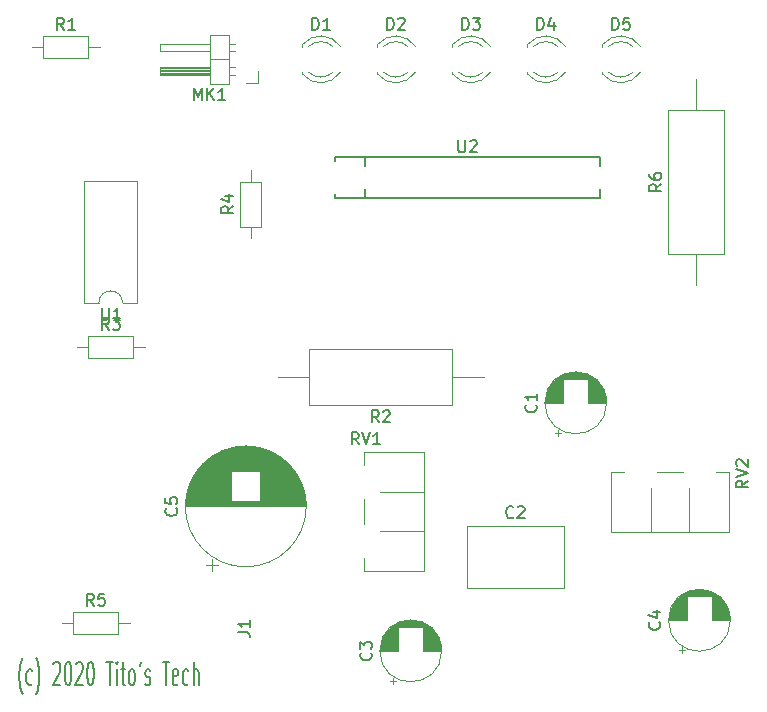
<source format=gbr>
G04 #@! TF.GenerationSoftware,KiCad,Pcbnew,5.1.5-52549c5~84~ubuntu18.04.1*
G04 #@! TF.CreationDate,2020-01-31T14:03:47+00:00*
G04 #@! TF.ProjectId,BrocheDisco,42726f63-6865-4446-9973-636f2e6b6963,rev?*
G04 #@! TF.SameCoordinates,Original*
G04 #@! TF.FileFunction,Legend,Top*
G04 #@! TF.FilePolarity,Positive*
%FSLAX46Y46*%
G04 Gerber Fmt 4.6, Leading zero omitted, Abs format (unit mm)*
G04 Created by KiCad (PCBNEW 5.1.5-52549c5~84~ubuntu18.04.1) date 2020-01-31 14:03:47*
%MOMM*%
%LPD*%
G04 APERTURE LIST*
%ADD10C,0.150000*%
%ADD11C,0.120000*%
G04 APERTURE END LIST*
D10*
X122690476Y-108666666D02*
X122642857Y-108571428D01*
X122547619Y-108285714D01*
X122500000Y-108095238D01*
X122452380Y-107809523D01*
X122404761Y-107333333D01*
X122404761Y-106952380D01*
X122452380Y-106476190D01*
X122500000Y-106190476D01*
X122547619Y-106000000D01*
X122642857Y-105714285D01*
X122690476Y-105619047D01*
X123500000Y-107809523D02*
X123404761Y-107904761D01*
X123214285Y-107904761D01*
X123119047Y-107809523D01*
X123071428Y-107714285D01*
X123023809Y-107523809D01*
X123023809Y-106952380D01*
X123071428Y-106761904D01*
X123119047Y-106666666D01*
X123214285Y-106571428D01*
X123404761Y-106571428D01*
X123500000Y-106666666D01*
X123833333Y-108666666D02*
X123880952Y-108571428D01*
X123976190Y-108285714D01*
X124023809Y-108095238D01*
X124071428Y-107809523D01*
X124119047Y-107333333D01*
X124119047Y-106952380D01*
X124071428Y-106476190D01*
X124023809Y-106190476D01*
X123976190Y-106000000D01*
X123880952Y-105714285D01*
X123833333Y-105619047D01*
X125309523Y-106095238D02*
X125357142Y-106000000D01*
X125452380Y-105904761D01*
X125690476Y-105904761D01*
X125785714Y-106000000D01*
X125833333Y-106095238D01*
X125880952Y-106285714D01*
X125880952Y-106476190D01*
X125833333Y-106761904D01*
X125261904Y-107904761D01*
X125880952Y-107904761D01*
X126500000Y-105904761D02*
X126595238Y-105904761D01*
X126690476Y-106000000D01*
X126738095Y-106095238D01*
X126785714Y-106285714D01*
X126833333Y-106666666D01*
X126833333Y-107142857D01*
X126785714Y-107523809D01*
X126738095Y-107714285D01*
X126690476Y-107809523D01*
X126595238Y-107904761D01*
X126500000Y-107904761D01*
X126404761Y-107809523D01*
X126357142Y-107714285D01*
X126309523Y-107523809D01*
X126261904Y-107142857D01*
X126261904Y-106666666D01*
X126309523Y-106285714D01*
X126357142Y-106095238D01*
X126404761Y-106000000D01*
X126500000Y-105904761D01*
X127214285Y-106095238D02*
X127261904Y-106000000D01*
X127357142Y-105904761D01*
X127595238Y-105904761D01*
X127690476Y-106000000D01*
X127738095Y-106095238D01*
X127785714Y-106285714D01*
X127785714Y-106476190D01*
X127738095Y-106761904D01*
X127166666Y-107904761D01*
X127785714Y-107904761D01*
X128404761Y-105904761D02*
X128500000Y-105904761D01*
X128595238Y-106000000D01*
X128642857Y-106095238D01*
X128690476Y-106285714D01*
X128738095Y-106666666D01*
X128738095Y-107142857D01*
X128690476Y-107523809D01*
X128642857Y-107714285D01*
X128595238Y-107809523D01*
X128500000Y-107904761D01*
X128404761Y-107904761D01*
X128309523Y-107809523D01*
X128261904Y-107714285D01*
X128214285Y-107523809D01*
X128166666Y-107142857D01*
X128166666Y-106666666D01*
X128214285Y-106285714D01*
X128261904Y-106095238D01*
X128309523Y-106000000D01*
X128404761Y-105904761D01*
X129785714Y-105904761D02*
X130357142Y-105904761D01*
X130071428Y-107904761D02*
X130071428Y-105904761D01*
X130690476Y-107904761D02*
X130690476Y-106571428D01*
X130690476Y-105904761D02*
X130642857Y-106000000D01*
X130690476Y-106095238D01*
X130738095Y-106000000D01*
X130690476Y-105904761D01*
X130690476Y-106095238D01*
X131023809Y-106571428D02*
X131404761Y-106571428D01*
X131166666Y-105904761D02*
X131166666Y-107619047D01*
X131214285Y-107809523D01*
X131309523Y-107904761D01*
X131404761Y-107904761D01*
X131880952Y-107904761D02*
X131785714Y-107809523D01*
X131738095Y-107714285D01*
X131690476Y-107523809D01*
X131690476Y-106952380D01*
X131738095Y-106761904D01*
X131785714Y-106666666D01*
X131880952Y-106571428D01*
X132023809Y-106571428D01*
X132119047Y-106666666D01*
X132166666Y-106761904D01*
X132214285Y-106952380D01*
X132214285Y-107523809D01*
X132166666Y-107714285D01*
X132119047Y-107809523D01*
X132023809Y-107904761D01*
X131880952Y-107904761D01*
X132690476Y-105904761D02*
X132595238Y-106285714D01*
X133071428Y-107809523D02*
X133166666Y-107904761D01*
X133357142Y-107904761D01*
X133452380Y-107809523D01*
X133500000Y-107619047D01*
X133500000Y-107523809D01*
X133452380Y-107333333D01*
X133357142Y-107238095D01*
X133214285Y-107238095D01*
X133119047Y-107142857D01*
X133071428Y-106952380D01*
X133071428Y-106857142D01*
X133119047Y-106666666D01*
X133214285Y-106571428D01*
X133357142Y-106571428D01*
X133452380Y-106666666D01*
X134547619Y-105904761D02*
X135119047Y-105904761D01*
X134833333Y-107904761D02*
X134833333Y-105904761D01*
X135833333Y-107809523D02*
X135738095Y-107904761D01*
X135547619Y-107904761D01*
X135452380Y-107809523D01*
X135404761Y-107619047D01*
X135404761Y-106857142D01*
X135452380Y-106666666D01*
X135547619Y-106571428D01*
X135738095Y-106571428D01*
X135833333Y-106666666D01*
X135880952Y-106857142D01*
X135880952Y-107047619D01*
X135404761Y-107238095D01*
X136738095Y-107809523D02*
X136642857Y-107904761D01*
X136452380Y-107904761D01*
X136357142Y-107809523D01*
X136309523Y-107714285D01*
X136261904Y-107523809D01*
X136261904Y-106952380D01*
X136309523Y-106761904D01*
X136357142Y-106666666D01*
X136452380Y-106571428D01*
X136642857Y-106571428D01*
X136738095Y-106666666D01*
X137166666Y-107904761D02*
X137166666Y-105904761D01*
X137595238Y-107904761D02*
X137595238Y-106857142D01*
X137547619Y-106666666D01*
X137452380Y-106571428D01*
X137309523Y-106571428D01*
X137214285Y-106666666D01*
X137166666Y-106761904D01*
D11*
X182620000Y-102410000D02*
G75*
G03X182620000Y-102410000I-2620000J0D01*
G01*
X181040000Y-102410000D02*
X182580000Y-102410000D01*
X177420000Y-102410000D02*
X178960000Y-102410000D01*
X181040000Y-102370000D02*
X182580000Y-102370000D01*
X177420000Y-102370000D02*
X178960000Y-102370000D01*
X177421000Y-102330000D02*
X178960000Y-102330000D01*
X181040000Y-102330000D02*
X182579000Y-102330000D01*
X177422000Y-102290000D02*
X178960000Y-102290000D01*
X181040000Y-102290000D02*
X182578000Y-102290000D01*
X177424000Y-102250000D02*
X178960000Y-102250000D01*
X181040000Y-102250000D02*
X182576000Y-102250000D01*
X177427000Y-102210000D02*
X178960000Y-102210000D01*
X181040000Y-102210000D02*
X182573000Y-102210000D01*
X177431000Y-102170000D02*
X178960000Y-102170000D01*
X181040000Y-102170000D02*
X182569000Y-102170000D01*
X177435000Y-102130000D02*
X178960000Y-102130000D01*
X181040000Y-102130000D02*
X182565000Y-102130000D01*
X177439000Y-102090000D02*
X178960000Y-102090000D01*
X181040000Y-102090000D02*
X182561000Y-102090000D01*
X177444000Y-102050000D02*
X178960000Y-102050000D01*
X181040000Y-102050000D02*
X182556000Y-102050000D01*
X177450000Y-102010000D02*
X178960000Y-102010000D01*
X181040000Y-102010000D02*
X182550000Y-102010000D01*
X177457000Y-101970000D02*
X178960000Y-101970000D01*
X181040000Y-101970000D02*
X182543000Y-101970000D01*
X177464000Y-101930000D02*
X178960000Y-101930000D01*
X181040000Y-101930000D02*
X182536000Y-101930000D01*
X177472000Y-101890000D02*
X178960000Y-101890000D01*
X181040000Y-101890000D02*
X182528000Y-101890000D01*
X177480000Y-101850000D02*
X178960000Y-101850000D01*
X181040000Y-101850000D02*
X182520000Y-101850000D01*
X177489000Y-101810000D02*
X178960000Y-101810000D01*
X181040000Y-101810000D02*
X182511000Y-101810000D01*
X177499000Y-101770000D02*
X178960000Y-101770000D01*
X181040000Y-101770000D02*
X182501000Y-101770000D01*
X177509000Y-101730000D02*
X178960000Y-101730000D01*
X181040000Y-101730000D02*
X182491000Y-101730000D01*
X177520000Y-101689000D02*
X178960000Y-101689000D01*
X181040000Y-101689000D02*
X182480000Y-101689000D01*
X177532000Y-101649000D02*
X178960000Y-101649000D01*
X181040000Y-101649000D02*
X182468000Y-101649000D01*
X177545000Y-101609000D02*
X178960000Y-101609000D01*
X181040000Y-101609000D02*
X182455000Y-101609000D01*
X177558000Y-101569000D02*
X178960000Y-101569000D01*
X181040000Y-101569000D02*
X182442000Y-101569000D01*
X177572000Y-101529000D02*
X178960000Y-101529000D01*
X181040000Y-101529000D02*
X182428000Y-101529000D01*
X177586000Y-101489000D02*
X178960000Y-101489000D01*
X181040000Y-101489000D02*
X182414000Y-101489000D01*
X177602000Y-101449000D02*
X178960000Y-101449000D01*
X181040000Y-101449000D02*
X182398000Y-101449000D01*
X177618000Y-101409000D02*
X178960000Y-101409000D01*
X181040000Y-101409000D02*
X182382000Y-101409000D01*
X177635000Y-101369000D02*
X178960000Y-101369000D01*
X181040000Y-101369000D02*
X182365000Y-101369000D01*
X177652000Y-101329000D02*
X178960000Y-101329000D01*
X181040000Y-101329000D02*
X182348000Y-101329000D01*
X177671000Y-101289000D02*
X178960000Y-101289000D01*
X181040000Y-101289000D02*
X182329000Y-101289000D01*
X177690000Y-101249000D02*
X178960000Y-101249000D01*
X181040000Y-101249000D02*
X182310000Y-101249000D01*
X177710000Y-101209000D02*
X178960000Y-101209000D01*
X181040000Y-101209000D02*
X182290000Y-101209000D01*
X177732000Y-101169000D02*
X178960000Y-101169000D01*
X181040000Y-101169000D02*
X182268000Y-101169000D01*
X177753000Y-101129000D02*
X178960000Y-101129000D01*
X181040000Y-101129000D02*
X182247000Y-101129000D01*
X177776000Y-101089000D02*
X178960000Y-101089000D01*
X181040000Y-101089000D02*
X182224000Y-101089000D01*
X177800000Y-101049000D02*
X178960000Y-101049000D01*
X181040000Y-101049000D02*
X182200000Y-101049000D01*
X177825000Y-101009000D02*
X178960000Y-101009000D01*
X181040000Y-101009000D02*
X182175000Y-101009000D01*
X177851000Y-100969000D02*
X178960000Y-100969000D01*
X181040000Y-100969000D02*
X182149000Y-100969000D01*
X177878000Y-100929000D02*
X178960000Y-100929000D01*
X181040000Y-100929000D02*
X182122000Y-100929000D01*
X177905000Y-100889000D02*
X178960000Y-100889000D01*
X181040000Y-100889000D02*
X182095000Y-100889000D01*
X177935000Y-100849000D02*
X178960000Y-100849000D01*
X181040000Y-100849000D02*
X182065000Y-100849000D01*
X177965000Y-100809000D02*
X178960000Y-100809000D01*
X181040000Y-100809000D02*
X182035000Y-100809000D01*
X177996000Y-100769000D02*
X178960000Y-100769000D01*
X181040000Y-100769000D02*
X182004000Y-100769000D01*
X178029000Y-100729000D02*
X178960000Y-100729000D01*
X181040000Y-100729000D02*
X181971000Y-100729000D01*
X178063000Y-100689000D02*
X178960000Y-100689000D01*
X181040000Y-100689000D02*
X181937000Y-100689000D01*
X178099000Y-100649000D02*
X178960000Y-100649000D01*
X181040000Y-100649000D02*
X181901000Y-100649000D01*
X178136000Y-100609000D02*
X178960000Y-100609000D01*
X181040000Y-100609000D02*
X181864000Y-100609000D01*
X178174000Y-100569000D02*
X178960000Y-100569000D01*
X181040000Y-100569000D02*
X181826000Y-100569000D01*
X178215000Y-100529000D02*
X178960000Y-100529000D01*
X181040000Y-100529000D02*
X181785000Y-100529000D01*
X178257000Y-100489000D02*
X178960000Y-100489000D01*
X181040000Y-100489000D02*
X181743000Y-100489000D01*
X178301000Y-100449000D02*
X178960000Y-100449000D01*
X181040000Y-100449000D02*
X181699000Y-100449000D01*
X178347000Y-100409000D02*
X178960000Y-100409000D01*
X181040000Y-100409000D02*
X181653000Y-100409000D01*
X178395000Y-100369000D02*
X181605000Y-100369000D01*
X178446000Y-100329000D02*
X181554000Y-100329000D01*
X178500000Y-100289000D02*
X181500000Y-100289000D01*
X178557000Y-100249000D02*
X181443000Y-100249000D01*
X178617000Y-100209000D02*
X181383000Y-100209000D01*
X178681000Y-100169000D02*
X181319000Y-100169000D01*
X178749000Y-100129000D02*
X181251000Y-100129000D01*
X178822000Y-100089000D02*
X181178000Y-100089000D01*
X178902000Y-100049000D02*
X181098000Y-100049000D01*
X178989000Y-100009000D02*
X181011000Y-100009000D01*
X179085000Y-99969000D02*
X180915000Y-99969000D01*
X179195000Y-99929000D02*
X180805000Y-99929000D01*
X179323000Y-99889000D02*
X180677000Y-99889000D01*
X179482000Y-99849000D02*
X180518000Y-99849000D01*
X179716000Y-99809000D02*
X180284000Y-99809000D01*
X178525000Y-105214775D02*
X178525000Y-104714775D01*
X178275000Y-104964775D02*
X178775000Y-104964775D01*
X146710000Y-92770000D02*
G75*
G03X146710000Y-92770000I-5120000J0D01*
G01*
X136510000Y-92770000D02*
X146670000Y-92770000D01*
X136510000Y-92730000D02*
X146670000Y-92730000D01*
X136510000Y-92690000D02*
X146670000Y-92690000D01*
X136511000Y-92650000D02*
X146669000Y-92650000D01*
X136512000Y-92610000D02*
X146668000Y-92610000D01*
X136513000Y-92570000D02*
X146667000Y-92570000D01*
X136515000Y-92530000D02*
X146665000Y-92530000D01*
X136517000Y-92490000D02*
X146663000Y-92490000D01*
X136520000Y-92450000D02*
X146660000Y-92450000D01*
X136522000Y-92410000D02*
X146658000Y-92410000D01*
X136525000Y-92370000D02*
X146655000Y-92370000D01*
X136528000Y-92330000D02*
X146652000Y-92330000D01*
X136532000Y-92290000D02*
X146648000Y-92290000D01*
X136536000Y-92250000D02*
X140349000Y-92250000D01*
X142831000Y-92250000D02*
X146644000Y-92250000D01*
X136540000Y-92210000D02*
X140349000Y-92210000D01*
X142831000Y-92210000D02*
X146640000Y-92210000D01*
X136545000Y-92170000D02*
X140349000Y-92170000D01*
X142831000Y-92170000D02*
X146635000Y-92170000D01*
X136550000Y-92130000D02*
X140349000Y-92130000D01*
X142831000Y-92130000D02*
X146630000Y-92130000D01*
X136555000Y-92090000D02*
X140349000Y-92090000D01*
X142831000Y-92090000D02*
X146625000Y-92090000D01*
X136560000Y-92049000D02*
X140349000Y-92049000D01*
X142831000Y-92049000D02*
X146620000Y-92049000D01*
X136566000Y-92009000D02*
X140349000Y-92009000D01*
X142831000Y-92009000D02*
X146614000Y-92009000D01*
X136572000Y-91969000D02*
X140349000Y-91969000D01*
X142831000Y-91969000D02*
X146608000Y-91969000D01*
X136579000Y-91929000D02*
X140349000Y-91929000D01*
X142831000Y-91929000D02*
X146601000Y-91929000D01*
X136586000Y-91889000D02*
X140349000Y-91889000D01*
X142831000Y-91889000D02*
X146594000Y-91889000D01*
X136593000Y-91849000D02*
X140349000Y-91849000D01*
X142831000Y-91849000D02*
X146587000Y-91849000D01*
X136600000Y-91809000D02*
X140349000Y-91809000D01*
X142831000Y-91809000D02*
X146580000Y-91809000D01*
X136608000Y-91769000D02*
X140349000Y-91769000D01*
X142831000Y-91769000D02*
X146572000Y-91769000D01*
X136616000Y-91729000D02*
X140349000Y-91729000D01*
X142831000Y-91729000D02*
X146564000Y-91729000D01*
X136625000Y-91689000D02*
X140349000Y-91689000D01*
X142831000Y-91689000D02*
X146555000Y-91689000D01*
X136634000Y-91649000D02*
X140349000Y-91649000D01*
X142831000Y-91649000D02*
X146546000Y-91649000D01*
X136643000Y-91609000D02*
X140349000Y-91609000D01*
X142831000Y-91609000D02*
X146537000Y-91609000D01*
X136652000Y-91569000D02*
X140349000Y-91569000D01*
X142831000Y-91569000D02*
X146528000Y-91569000D01*
X136662000Y-91529000D02*
X140349000Y-91529000D01*
X142831000Y-91529000D02*
X146518000Y-91529000D01*
X136672000Y-91489000D02*
X140349000Y-91489000D01*
X142831000Y-91489000D02*
X146508000Y-91489000D01*
X136683000Y-91449000D02*
X140349000Y-91449000D01*
X142831000Y-91449000D02*
X146497000Y-91449000D01*
X136693000Y-91409000D02*
X140349000Y-91409000D01*
X142831000Y-91409000D02*
X146487000Y-91409000D01*
X136705000Y-91369000D02*
X140349000Y-91369000D01*
X142831000Y-91369000D02*
X146475000Y-91369000D01*
X136716000Y-91329000D02*
X140349000Y-91329000D01*
X142831000Y-91329000D02*
X146464000Y-91329000D01*
X136728000Y-91289000D02*
X140349000Y-91289000D01*
X142831000Y-91289000D02*
X146452000Y-91289000D01*
X136740000Y-91249000D02*
X140349000Y-91249000D01*
X142831000Y-91249000D02*
X146440000Y-91249000D01*
X136753000Y-91209000D02*
X140349000Y-91209000D01*
X142831000Y-91209000D02*
X146427000Y-91209000D01*
X136766000Y-91169000D02*
X140349000Y-91169000D01*
X142831000Y-91169000D02*
X146414000Y-91169000D01*
X136779000Y-91129000D02*
X140349000Y-91129000D01*
X142831000Y-91129000D02*
X146401000Y-91129000D01*
X136793000Y-91089000D02*
X140349000Y-91089000D01*
X142831000Y-91089000D02*
X146387000Y-91089000D01*
X136807000Y-91049000D02*
X140349000Y-91049000D01*
X142831000Y-91049000D02*
X146373000Y-91049000D01*
X136822000Y-91009000D02*
X140349000Y-91009000D01*
X142831000Y-91009000D02*
X146358000Y-91009000D01*
X136836000Y-90969000D02*
X140349000Y-90969000D01*
X142831000Y-90969000D02*
X146344000Y-90969000D01*
X136852000Y-90929000D02*
X140349000Y-90929000D01*
X142831000Y-90929000D02*
X146328000Y-90929000D01*
X136867000Y-90889000D02*
X140349000Y-90889000D01*
X142831000Y-90889000D02*
X146313000Y-90889000D01*
X136883000Y-90849000D02*
X140349000Y-90849000D01*
X142831000Y-90849000D02*
X146297000Y-90849000D01*
X136900000Y-90809000D02*
X140349000Y-90809000D01*
X142831000Y-90809000D02*
X146280000Y-90809000D01*
X136916000Y-90769000D02*
X140349000Y-90769000D01*
X142831000Y-90769000D02*
X146264000Y-90769000D01*
X136933000Y-90729000D02*
X140349000Y-90729000D01*
X142831000Y-90729000D02*
X146247000Y-90729000D01*
X136951000Y-90689000D02*
X140349000Y-90689000D01*
X142831000Y-90689000D02*
X146229000Y-90689000D01*
X136969000Y-90649000D02*
X140349000Y-90649000D01*
X142831000Y-90649000D02*
X146211000Y-90649000D01*
X136987000Y-90609000D02*
X140349000Y-90609000D01*
X142831000Y-90609000D02*
X146193000Y-90609000D01*
X137006000Y-90569000D02*
X140349000Y-90569000D01*
X142831000Y-90569000D02*
X146174000Y-90569000D01*
X137026000Y-90529000D02*
X140349000Y-90529000D01*
X142831000Y-90529000D02*
X146154000Y-90529000D01*
X137045000Y-90489000D02*
X140349000Y-90489000D01*
X142831000Y-90489000D02*
X146135000Y-90489000D01*
X137065000Y-90449000D02*
X140349000Y-90449000D01*
X142831000Y-90449000D02*
X146115000Y-90449000D01*
X137086000Y-90409000D02*
X140349000Y-90409000D01*
X142831000Y-90409000D02*
X146094000Y-90409000D01*
X137107000Y-90369000D02*
X140349000Y-90369000D01*
X142831000Y-90369000D02*
X146073000Y-90369000D01*
X137128000Y-90329000D02*
X140349000Y-90329000D01*
X142831000Y-90329000D02*
X146052000Y-90329000D01*
X137150000Y-90289000D02*
X140349000Y-90289000D01*
X142831000Y-90289000D02*
X146030000Y-90289000D01*
X137173000Y-90249000D02*
X140349000Y-90249000D01*
X142831000Y-90249000D02*
X146007000Y-90249000D01*
X137195000Y-90209000D02*
X140349000Y-90209000D01*
X142831000Y-90209000D02*
X145985000Y-90209000D01*
X137219000Y-90169000D02*
X140349000Y-90169000D01*
X142831000Y-90169000D02*
X145961000Y-90169000D01*
X137243000Y-90129000D02*
X140349000Y-90129000D01*
X142831000Y-90129000D02*
X145937000Y-90129000D01*
X137267000Y-90089000D02*
X140349000Y-90089000D01*
X142831000Y-90089000D02*
X145913000Y-90089000D01*
X137292000Y-90049000D02*
X140349000Y-90049000D01*
X142831000Y-90049000D02*
X145888000Y-90049000D01*
X137317000Y-90009000D02*
X140349000Y-90009000D01*
X142831000Y-90009000D02*
X145863000Y-90009000D01*
X137343000Y-89969000D02*
X140349000Y-89969000D01*
X142831000Y-89969000D02*
X145837000Y-89969000D01*
X137369000Y-89929000D02*
X140349000Y-89929000D01*
X142831000Y-89929000D02*
X145811000Y-89929000D01*
X137396000Y-89889000D02*
X140349000Y-89889000D01*
X142831000Y-89889000D02*
X145784000Y-89889000D01*
X137424000Y-89849000D02*
X140349000Y-89849000D01*
X142831000Y-89849000D02*
X145756000Y-89849000D01*
X137452000Y-89809000D02*
X140349000Y-89809000D01*
X142831000Y-89809000D02*
X145728000Y-89809000D01*
X137480000Y-89769000D02*
X145700000Y-89769000D01*
X137510000Y-89729000D02*
X145670000Y-89729000D01*
X137540000Y-89689000D02*
X145640000Y-89689000D01*
X137570000Y-89649000D02*
X145610000Y-89649000D01*
X137601000Y-89609000D02*
X145579000Y-89609000D01*
X137633000Y-89569000D02*
X145547000Y-89569000D01*
X137665000Y-89529000D02*
X145515000Y-89529000D01*
X137698000Y-89489000D02*
X145482000Y-89489000D01*
X137732000Y-89449000D02*
X145448000Y-89449000D01*
X137766000Y-89409000D02*
X145414000Y-89409000D01*
X137801000Y-89369000D02*
X145379000Y-89369000D01*
X137837000Y-89329000D02*
X145343000Y-89329000D01*
X137874000Y-89289000D02*
X145306000Y-89289000D01*
X137911000Y-89249000D02*
X145269000Y-89249000D01*
X137950000Y-89209000D02*
X145230000Y-89209000D01*
X137989000Y-89169000D02*
X145191000Y-89169000D01*
X138029000Y-89129000D02*
X145151000Y-89129000D01*
X138070000Y-89089000D02*
X145110000Y-89089000D01*
X138112000Y-89049000D02*
X145068000Y-89049000D01*
X138154000Y-89009000D02*
X145026000Y-89009000D01*
X138198000Y-88969000D02*
X144982000Y-88969000D01*
X138243000Y-88929000D02*
X144937000Y-88929000D01*
X138289000Y-88889000D02*
X144891000Y-88889000D01*
X138336000Y-88849000D02*
X144844000Y-88849000D01*
X138384000Y-88809000D02*
X144796000Y-88809000D01*
X138434000Y-88769000D02*
X144746000Y-88769000D01*
X138484000Y-88729000D02*
X144696000Y-88729000D01*
X138536000Y-88689000D02*
X144644000Y-88689000D01*
X138590000Y-88649000D02*
X144590000Y-88649000D01*
X138645000Y-88609000D02*
X144535000Y-88609000D01*
X138701000Y-88569000D02*
X144479000Y-88569000D01*
X138760000Y-88529000D02*
X144420000Y-88529000D01*
X138820000Y-88489000D02*
X144360000Y-88489000D01*
X138881000Y-88449000D02*
X144299000Y-88449000D01*
X138945000Y-88409000D02*
X144235000Y-88409000D01*
X139011000Y-88369000D02*
X144169000Y-88369000D01*
X139080000Y-88329000D02*
X144100000Y-88329000D01*
X139151000Y-88289000D02*
X144029000Y-88289000D01*
X139225000Y-88249000D02*
X143955000Y-88249000D01*
X139301000Y-88209000D02*
X143879000Y-88209000D01*
X139381000Y-88169000D02*
X143799000Y-88169000D01*
X139465000Y-88129000D02*
X143715000Y-88129000D01*
X139553000Y-88089000D02*
X143627000Y-88089000D01*
X139646000Y-88049000D02*
X143534000Y-88049000D01*
X139744000Y-88009000D02*
X143436000Y-88009000D01*
X139848000Y-87969000D02*
X143332000Y-87969000D01*
X139960000Y-87929000D02*
X143220000Y-87929000D01*
X140080000Y-87889000D02*
X143100000Y-87889000D01*
X140212000Y-87849000D02*
X142968000Y-87849000D01*
X140360000Y-87809000D02*
X142820000Y-87809000D01*
X140528000Y-87769000D02*
X142652000Y-87769000D01*
X140728000Y-87729000D02*
X142452000Y-87729000D01*
X140991000Y-87689000D02*
X142189000Y-87689000D01*
X138715000Y-98249646D02*
X138715000Y-97249646D01*
X138215000Y-97749646D02*
X139215000Y-97749646D01*
X179120000Y-94920000D02*
X175880000Y-94920000D01*
X178574000Y-89879000D02*
X176425000Y-89879000D01*
X175880000Y-91237000D02*
X175880000Y-94920000D01*
X179120000Y-91237000D02*
X179120000Y-94920000D01*
X178574000Y-89879000D02*
X176425000Y-89879000D01*
X182521000Y-89879000D02*
X181426000Y-89879000D01*
X173575000Y-89879000D02*
X172480000Y-89879000D01*
X182521000Y-94920000D02*
X172480000Y-94920000D01*
X172480000Y-89879000D02*
X172480000Y-94920000D01*
X182521000Y-89879000D02*
X182521000Y-94920000D01*
X152730000Y-56000000D02*
X152730000Y-56156000D01*
X152730000Y-53684000D02*
X152730000Y-53840000D01*
X155331130Y-55999837D02*
G75*
G02X153249039Y-56000000I-1041130J1079837D01*
G01*
X155331130Y-53840163D02*
G75*
G03X153249039Y-53840000I-1041130J-1079837D01*
G01*
X155962335Y-55998608D02*
G75*
G02X152730000Y-56155516I-1672335J1078608D01*
G01*
X155962335Y-53841392D02*
G75*
G03X152730000Y-53684484I-1672335J-1078608D01*
G01*
X172150000Y-84000000D02*
G75*
G03X172150000Y-84000000I-2620000J0D01*
G01*
X170570000Y-84000000D02*
X172110000Y-84000000D01*
X166950000Y-84000000D02*
X168490000Y-84000000D01*
X170570000Y-83960000D02*
X172110000Y-83960000D01*
X166950000Y-83960000D02*
X168490000Y-83960000D01*
X166951000Y-83920000D02*
X168490000Y-83920000D01*
X170570000Y-83920000D02*
X172109000Y-83920000D01*
X166952000Y-83880000D02*
X168490000Y-83880000D01*
X170570000Y-83880000D02*
X172108000Y-83880000D01*
X166954000Y-83840000D02*
X168490000Y-83840000D01*
X170570000Y-83840000D02*
X172106000Y-83840000D01*
X166957000Y-83800000D02*
X168490000Y-83800000D01*
X170570000Y-83800000D02*
X172103000Y-83800000D01*
X166961000Y-83760000D02*
X168490000Y-83760000D01*
X170570000Y-83760000D02*
X172099000Y-83760000D01*
X166965000Y-83720000D02*
X168490000Y-83720000D01*
X170570000Y-83720000D02*
X172095000Y-83720000D01*
X166969000Y-83680000D02*
X168490000Y-83680000D01*
X170570000Y-83680000D02*
X172091000Y-83680000D01*
X166974000Y-83640000D02*
X168490000Y-83640000D01*
X170570000Y-83640000D02*
X172086000Y-83640000D01*
X166980000Y-83600000D02*
X168490000Y-83600000D01*
X170570000Y-83600000D02*
X172080000Y-83600000D01*
X166987000Y-83560000D02*
X168490000Y-83560000D01*
X170570000Y-83560000D02*
X172073000Y-83560000D01*
X166994000Y-83520000D02*
X168490000Y-83520000D01*
X170570000Y-83520000D02*
X172066000Y-83520000D01*
X167002000Y-83480000D02*
X168490000Y-83480000D01*
X170570000Y-83480000D02*
X172058000Y-83480000D01*
X167010000Y-83440000D02*
X168490000Y-83440000D01*
X170570000Y-83440000D02*
X172050000Y-83440000D01*
X167019000Y-83400000D02*
X168490000Y-83400000D01*
X170570000Y-83400000D02*
X172041000Y-83400000D01*
X167029000Y-83360000D02*
X168490000Y-83360000D01*
X170570000Y-83360000D02*
X172031000Y-83360000D01*
X167039000Y-83320000D02*
X168490000Y-83320000D01*
X170570000Y-83320000D02*
X172021000Y-83320000D01*
X167050000Y-83279000D02*
X168490000Y-83279000D01*
X170570000Y-83279000D02*
X172010000Y-83279000D01*
X167062000Y-83239000D02*
X168490000Y-83239000D01*
X170570000Y-83239000D02*
X171998000Y-83239000D01*
X167075000Y-83199000D02*
X168490000Y-83199000D01*
X170570000Y-83199000D02*
X171985000Y-83199000D01*
X167088000Y-83159000D02*
X168490000Y-83159000D01*
X170570000Y-83159000D02*
X171972000Y-83159000D01*
X167102000Y-83119000D02*
X168490000Y-83119000D01*
X170570000Y-83119000D02*
X171958000Y-83119000D01*
X167116000Y-83079000D02*
X168490000Y-83079000D01*
X170570000Y-83079000D02*
X171944000Y-83079000D01*
X167132000Y-83039000D02*
X168490000Y-83039000D01*
X170570000Y-83039000D02*
X171928000Y-83039000D01*
X167148000Y-82999000D02*
X168490000Y-82999000D01*
X170570000Y-82999000D02*
X171912000Y-82999000D01*
X167165000Y-82959000D02*
X168490000Y-82959000D01*
X170570000Y-82959000D02*
X171895000Y-82959000D01*
X167182000Y-82919000D02*
X168490000Y-82919000D01*
X170570000Y-82919000D02*
X171878000Y-82919000D01*
X167201000Y-82879000D02*
X168490000Y-82879000D01*
X170570000Y-82879000D02*
X171859000Y-82879000D01*
X167220000Y-82839000D02*
X168490000Y-82839000D01*
X170570000Y-82839000D02*
X171840000Y-82839000D01*
X167240000Y-82799000D02*
X168490000Y-82799000D01*
X170570000Y-82799000D02*
X171820000Y-82799000D01*
X167262000Y-82759000D02*
X168490000Y-82759000D01*
X170570000Y-82759000D02*
X171798000Y-82759000D01*
X167283000Y-82719000D02*
X168490000Y-82719000D01*
X170570000Y-82719000D02*
X171777000Y-82719000D01*
X167306000Y-82679000D02*
X168490000Y-82679000D01*
X170570000Y-82679000D02*
X171754000Y-82679000D01*
X167330000Y-82639000D02*
X168490000Y-82639000D01*
X170570000Y-82639000D02*
X171730000Y-82639000D01*
X167355000Y-82599000D02*
X168490000Y-82599000D01*
X170570000Y-82599000D02*
X171705000Y-82599000D01*
X167381000Y-82559000D02*
X168490000Y-82559000D01*
X170570000Y-82559000D02*
X171679000Y-82559000D01*
X167408000Y-82519000D02*
X168490000Y-82519000D01*
X170570000Y-82519000D02*
X171652000Y-82519000D01*
X167435000Y-82479000D02*
X168490000Y-82479000D01*
X170570000Y-82479000D02*
X171625000Y-82479000D01*
X167465000Y-82439000D02*
X168490000Y-82439000D01*
X170570000Y-82439000D02*
X171595000Y-82439000D01*
X167495000Y-82399000D02*
X168490000Y-82399000D01*
X170570000Y-82399000D02*
X171565000Y-82399000D01*
X167526000Y-82359000D02*
X168490000Y-82359000D01*
X170570000Y-82359000D02*
X171534000Y-82359000D01*
X167559000Y-82319000D02*
X168490000Y-82319000D01*
X170570000Y-82319000D02*
X171501000Y-82319000D01*
X167593000Y-82279000D02*
X168490000Y-82279000D01*
X170570000Y-82279000D02*
X171467000Y-82279000D01*
X167629000Y-82239000D02*
X168490000Y-82239000D01*
X170570000Y-82239000D02*
X171431000Y-82239000D01*
X167666000Y-82199000D02*
X168490000Y-82199000D01*
X170570000Y-82199000D02*
X171394000Y-82199000D01*
X167704000Y-82159000D02*
X168490000Y-82159000D01*
X170570000Y-82159000D02*
X171356000Y-82159000D01*
X167745000Y-82119000D02*
X168490000Y-82119000D01*
X170570000Y-82119000D02*
X171315000Y-82119000D01*
X167787000Y-82079000D02*
X168490000Y-82079000D01*
X170570000Y-82079000D02*
X171273000Y-82079000D01*
X167831000Y-82039000D02*
X168490000Y-82039000D01*
X170570000Y-82039000D02*
X171229000Y-82039000D01*
X167877000Y-81999000D02*
X168490000Y-81999000D01*
X170570000Y-81999000D02*
X171183000Y-81999000D01*
X167925000Y-81959000D02*
X171135000Y-81959000D01*
X167976000Y-81919000D02*
X171084000Y-81919000D01*
X168030000Y-81879000D02*
X171030000Y-81879000D01*
X168087000Y-81839000D02*
X170973000Y-81839000D01*
X168147000Y-81799000D02*
X170913000Y-81799000D01*
X168211000Y-81759000D02*
X170849000Y-81759000D01*
X168279000Y-81719000D02*
X170781000Y-81719000D01*
X168352000Y-81679000D02*
X170708000Y-81679000D01*
X168432000Y-81639000D02*
X170628000Y-81639000D01*
X168519000Y-81599000D02*
X170541000Y-81599000D01*
X168615000Y-81559000D02*
X170445000Y-81559000D01*
X168725000Y-81519000D02*
X170335000Y-81519000D01*
X168853000Y-81479000D02*
X170207000Y-81479000D01*
X169012000Y-81439000D02*
X170048000Y-81439000D01*
X169246000Y-81399000D02*
X169814000Y-81399000D01*
X168055000Y-86804775D02*
X168055000Y-86304775D01*
X167805000Y-86554775D02*
X168305000Y-86554775D01*
X177320000Y-71380000D02*
X182060000Y-71380000D01*
X182060000Y-71380000D02*
X182060000Y-59240000D01*
X182060000Y-59240000D02*
X177320000Y-59240000D01*
X177320000Y-59240000D02*
X177320000Y-71380000D01*
X179690000Y-74030000D02*
X179690000Y-71380000D01*
X179690000Y-56590000D02*
X179690000Y-59240000D01*
X151629000Y-88189000D02*
X156670000Y-88189000D01*
X151629000Y-98230000D02*
X156670000Y-98230000D01*
X156670000Y-88189000D02*
X156670000Y-98230000D01*
X151629000Y-97135000D02*
X151629000Y-98230000D01*
X151629000Y-88189000D02*
X151629000Y-89284000D01*
X151629000Y-92136000D02*
X151629000Y-94285000D01*
X152987000Y-91590000D02*
X156670000Y-91590000D01*
X152987000Y-94830000D02*
X156670000Y-94830000D01*
X151629000Y-92136000D02*
X151629000Y-94285000D01*
X156670000Y-91590000D02*
X156670000Y-94830000D01*
X160290000Y-94440000D02*
X168530000Y-94440000D01*
X160290000Y-99680000D02*
X168530000Y-99680000D01*
X160290000Y-94440000D02*
X160290000Y-99680000D01*
X168530000Y-94440000D02*
X168530000Y-99680000D01*
X162312335Y-53841392D02*
G75*
G03X159080000Y-53684484I-1672335J-1078608D01*
G01*
X162312335Y-55998608D02*
G75*
G02X159080000Y-56155516I-1672335J1078608D01*
G01*
X161681130Y-53840163D02*
G75*
G03X159599039Y-53840000I-1041130J-1079837D01*
G01*
X161681130Y-55999837D02*
G75*
G02X159599039Y-56000000I-1041130J1079837D01*
G01*
X159080000Y-53684000D02*
X159080000Y-53840000D01*
X159080000Y-56000000D02*
X159080000Y-56156000D01*
X153835000Y-107554775D02*
X154335000Y-107554775D01*
X154085000Y-107804775D02*
X154085000Y-107304775D01*
X155276000Y-102399000D02*
X155844000Y-102399000D01*
X155042000Y-102439000D02*
X156078000Y-102439000D01*
X154883000Y-102479000D02*
X156237000Y-102479000D01*
X154755000Y-102519000D02*
X156365000Y-102519000D01*
X154645000Y-102559000D02*
X156475000Y-102559000D01*
X154549000Y-102599000D02*
X156571000Y-102599000D01*
X154462000Y-102639000D02*
X156658000Y-102639000D01*
X154382000Y-102679000D02*
X156738000Y-102679000D01*
X154309000Y-102719000D02*
X156811000Y-102719000D01*
X154241000Y-102759000D02*
X156879000Y-102759000D01*
X154177000Y-102799000D02*
X156943000Y-102799000D01*
X154117000Y-102839000D02*
X157003000Y-102839000D01*
X154060000Y-102879000D02*
X157060000Y-102879000D01*
X154006000Y-102919000D02*
X157114000Y-102919000D01*
X153955000Y-102959000D02*
X157165000Y-102959000D01*
X156600000Y-102999000D02*
X157213000Y-102999000D01*
X153907000Y-102999000D02*
X154520000Y-102999000D01*
X156600000Y-103039000D02*
X157259000Y-103039000D01*
X153861000Y-103039000D02*
X154520000Y-103039000D01*
X156600000Y-103079000D02*
X157303000Y-103079000D01*
X153817000Y-103079000D02*
X154520000Y-103079000D01*
X156600000Y-103119000D02*
X157345000Y-103119000D01*
X153775000Y-103119000D02*
X154520000Y-103119000D01*
X156600000Y-103159000D02*
X157386000Y-103159000D01*
X153734000Y-103159000D02*
X154520000Y-103159000D01*
X156600000Y-103199000D02*
X157424000Y-103199000D01*
X153696000Y-103199000D02*
X154520000Y-103199000D01*
X156600000Y-103239000D02*
X157461000Y-103239000D01*
X153659000Y-103239000D02*
X154520000Y-103239000D01*
X156600000Y-103279000D02*
X157497000Y-103279000D01*
X153623000Y-103279000D02*
X154520000Y-103279000D01*
X156600000Y-103319000D02*
X157531000Y-103319000D01*
X153589000Y-103319000D02*
X154520000Y-103319000D01*
X156600000Y-103359000D02*
X157564000Y-103359000D01*
X153556000Y-103359000D02*
X154520000Y-103359000D01*
X156600000Y-103399000D02*
X157595000Y-103399000D01*
X153525000Y-103399000D02*
X154520000Y-103399000D01*
X156600000Y-103439000D02*
X157625000Y-103439000D01*
X153495000Y-103439000D02*
X154520000Y-103439000D01*
X156600000Y-103479000D02*
X157655000Y-103479000D01*
X153465000Y-103479000D02*
X154520000Y-103479000D01*
X156600000Y-103519000D02*
X157682000Y-103519000D01*
X153438000Y-103519000D02*
X154520000Y-103519000D01*
X156600000Y-103559000D02*
X157709000Y-103559000D01*
X153411000Y-103559000D02*
X154520000Y-103559000D01*
X156600000Y-103599000D02*
X157735000Y-103599000D01*
X153385000Y-103599000D02*
X154520000Y-103599000D01*
X156600000Y-103639000D02*
X157760000Y-103639000D01*
X153360000Y-103639000D02*
X154520000Y-103639000D01*
X156600000Y-103679000D02*
X157784000Y-103679000D01*
X153336000Y-103679000D02*
X154520000Y-103679000D01*
X156600000Y-103719000D02*
X157807000Y-103719000D01*
X153313000Y-103719000D02*
X154520000Y-103719000D01*
X156600000Y-103759000D02*
X157828000Y-103759000D01*
X153292000Y-103759000D02*
X154520000Y-103759000D01*
X156600000Y-103799000D02*
X157850000Y-103799000D01*
X153270000Y-103799000D02*
X154520000Y-103799000D01*
X156600000Y-103839000D02*
X157870000Y-103839000D01*
X153250000Y-103839000D02*
X154520000Y-103839000D01*
X156600000Y-103879000D02*
X157889000Y-103879000D01*
X153231000Y-103879000D02*
X154520000Y-103879000D01*
X156600000Y-103919000D02*
X157908000Y-103919000D01*
X153212000Y-103919000D02*
X154520000Y-103919000D01*
X156600000Y-103959000D02*
X157925000Y-103959000D01*
X153195000Y-103959000D02*
X154520000Y-103959000D01*
X156600000Y-103999000D02*
X157942000Y-103999000D01*
X153178000Y-103999000D02*
X154520000Y-103999000D01*
X156600000Y-104039000D02*
X157958000Y-104039000D01*
X153162000Y-104039000D02*
X154520000Y-104039000D01*
X156600000Y-104079000D02*
X157974000Y-104079000D01*
X153146000Y-104079000D02*
X154520000Y-104079000D01*
X156600000Y-104119000D02*
X157988000Y-104119000D01*
X153132000Y-104119000D02*
X154520000Y-104119000D01*
X156600000Y-104159000D02*
X158002000Y-104159000D01*
X153118000Y-104159000D02*
X154520000Y-104159000D01*
X156600000Y-104199000D02*
X158015000Y-104199000D01*
X153105000Y-104199000D02*
X154520000Y-104199000D01*
X156600000Y-104239000D02*
X158028000Y-104239000D01*
X153092000Y-104239000D02*
X154520000Y-104239000D01*
X156600000Y-104279000D02*
X158040000Y-104279000D01*
X153080000Y-104279000D02*
X154520000Y-104279000D01*
X156600000Y-104320000D02*
X158051000Y-104320000D01*
X153069000Y-104320000D02*
X154520000Y-104320000D01*
X156600000Y-104360000D02*
X158061000Y-104360000D01*
X153059000Y-104360000D02*
X154520000Y-104360000D01*
X156600000Y-104400000D02*
X158071000Y-104400000D01*
X153049000Y-104400000D02*
X154520000Y-104400000D01*
X156600000Y-104440000D02*
X158080000Y-104440000D01*
X153040000Y-104440000D02*
X154520000Y-104440000D01*
X156600000Y-104480000D02*
X158088000Y-104480000D01*
X153032000Y-104480000D02*
X154520000Y-104480000D01*
X156600000Y-104520000D02*
X158096000Y-104520000D01*
X153024000Y-104520000D02*
X154520000Y-104520000D01*
X156600000Y-104560000D02*
X158103000Y-104560000D01*
X153017000Y-104560000D02*
X154520000Y-104560000D01*
X156600000Y-104600000D02*
X158110000Y-104600000D01*
X153010000Y-104600000D02*
X154520000Y-104600000D01*
X156600000Y-104640000D02*
X158116000Y-104640000D01*
X153004000Y-104640000D02*
X154520000Y-104640000D01*
X156600000Y-104680000D02*
X158121000Y-104680000D01*
X152999000Y-104680000D02*
X154520000Y-104680000D01*
X156600000Y-104720000D02*
X158125000Y-104720000D01*
X152995000Y-104720000D02*
X154520000Y-104720000D01*
X156600000Y-104760000D02*
X158129000Y-104760000D01*
X152991000Y-104760000D02*
X154520000Y-104760000D01*
X156600000Y-104800000D02*
X158133000Y-104800000D01*
X152987000Y-104800000D02*
X154520000Y-104800000D01*
X156600000Y-104840000D02*
X158136000Y-104840000D01*
X152984000Y-104840000D02*
X154520000Y-104840000D01*
X156600000Y-104880000D02*
X158138000Y-104880000D01*
X152982000Y-104880000D02*
X154520000Y-104880000D01*
X156600000Y-104920000D02*
X158139000Y-104920000D01*
X152981000Y-104920000D02*
X154520000Y-104920000D01*
X152980000Y-104960000D02*
X154520000Y-104960000D01*
X156600000Y-104960000D02*
X158140000Y-104960000D01*
X152980000Y-105000000D02*
X154520000Y-105000000D01*
X156600000Y-105000000D02*
X158140000Y-105000000D01*
X158180000Y-105000000D02*
G75*
G03X158180000Y-105000000I-2620000J0D01*
G01*
X124430000Y-52960000D02*
X124430000Y-54800000D01*
X124430000Y-54800000D02*
X128270000Y-54800000D01*
X128270000Y-54800000D02*
X128270000Y-52960000D01*
X128270000Y-52960000D02*
X124430000Y-52960000D01*
X123480000Y-53880000D02*
X124430000Y-53880000D01*
X129220000Y-53880000D02*
X128270000Y-53880000D01*
X133030000Y-79280000D02*
X132080000Y-79280000D01*
X127290000Y-79280000D02*
X128240000Y-79280000D01*
X132080000Y-78360000D02*
X128240000Y-78360000D01*
X132080000Y-80200000D02*
X132080000Y-78360000D01*
X128240000Y-80200000D02*
X132080000Y-80200000D01*
X128240000Y-78360000D02*
X128240000Y-80200000D01*
D10*
X151650000Y-66620000D02*
X151650000Y-65920000D01*
X151650000Y-63220000D02*
X151650000Y-63920000D01*
X160350000Y-66620000D02*
X149150000Y-66620000D01*
X149150000Y-66620000D02*
X149150000Y-66320000D01*
X171550000Y-63720000D02*
X171550000Y-63920000D01*
X160350000Y-66620000D02*
X171550000Y-66620000D01*
X171550000Y-66620000D02*
X171550000Y-65920000D01*
X160450000Y-63220000D02*
X149150000Y-63220000D01*
X149150000Y-63220000D02*
X149150000Y-63520000D01*
X160350000Y-63220000D02*
X171550000Y-63220000D01*
X171550000Y-63220000D02*
X171550000Y-63820000D01*
D11*
X144300000Y-81820000D02*
X146950000Y-81820000D01*
X161740000Y-81820000D02*
X159090000Y-81820000D01*
X146950000Y-84190000D02*
X159090000Y-84190000D01*
X146950000Y-79450000D02*
X146950000Y-84190000D01*
X159090000Y-79450000D02*
X146950000Y-79450000D01*
X159090000Y-84190000D02*
X159090000Y-79450000D01*
X149612335Y-53841392D02*
G75*
G03X146380000Y-53684484I-1672335J-1078608D01*
G01*
X149612335Y-55998608D02*
G75*
G02X146380000Y-56155516I-1672335J1078608D01*
G01*
X148981130Y-53840163D02*
G75*
G03X146899039Y-53840000I-1041130J-1079837D01*
G01*
X148981130Y-55999837D02*
G75*
G02X146899039Y-56000000I-1041130J1079837D01*
G01*
X146380000Y-53684000D02*
X146380000Y-53840000D01*
X146380000Y-56000000D02*
X146380000Y-56156000D01*
X165430000Y-56000000D02*
X165430000Y-56156000D01*
X165430000Y-53684000D02*
X165430000Y-53840000D01*
X168031130Y-55999837D02*
G75*
G02X165949039Y-56000000I-1041130J1079837D01*
G01*
X168031130Y-53840163D02*
G75*
G03X165949039Y-53840000I-1041130J-1079837D01*
G01*
X168662335Y-55998608D02*
G75*
G02X165430000Y-56155516I-1672335J1078608D01*
G01*
X168662335Y-53841392D02*
G75*
G03X165430000Y-53684484I-1672335J-1078608D01*
G01*
X140150000Y-56980000D02*
X140150000Y-52860000D01*
X140150000Y-52860000D02*
X138530000Y-52860000D01*
X138530000Y-52860000D02*
X138530000Y-56980000D01*
X138530000Y-56980000D02*
X140150000Y-56980000D01*
X138530000Y-56230000D02*
X134330000Y-56230000D01*
X134330000Y-56230000D02*
X134330000Y-55610000D01*
X134330000Y-55610000D02*
X138530000Y-55610000D01*
X138530000Y-56170000D02*
X134330000Y-56170000D01*
X138530000Y-56050000D02*
X134330000Y-56050000D01*
X138530000Y-55930000D02*
X134330000Y-55930000D01*
X138530000Y-55810000D02*
X134330000Y-55810000D01*
X138530000Y-55690000D02*
X134330000Y-55690000D01*
X140655000Y-56230000D02*
X140150000Y-56230000D01*
X140655000Y-55610000D02*
X140150000Y-55610000D01*
X140150000Y-54920000D02*
X138530000Y-54920000D01*
X138530000Y-54230000D02*
X134330000Y-54230000D01*
X134330000Y-54230000D02*
X134330000Y-53610000D01*
X134330000Y-53610000D02*
X138530000Y-53610000D01*
X140707886Y-54230000D02*
X140150000Y-54230000D01*
X140707886Y-53610000D02*
X140150000Y-53610000D01*
X142590000Y-55920000D02*
X142590000Y-56920000D01*
X142590000Y-56920000D02*
X141590000Y-56920000D01*
X131760000Y-102645000D02*
X130810000Y-102645000D01*
X126020000Y-102645000D02*
X126970000Y-102645000D01*
X130810000Y-101725000D02*
X126970000Y-101725000D01*
X130810000Y-103565000D02*
X130810000Y-101725000D01*
X126970000Y-103565000D02*
X130810000Y-103565000D01*
X126970000Y-101725000D02*
X126970000Y-103565000D01*
X175012335Y-53841392D02*
G75*
G03X171780000Y-53684484I-1672335J-1078608D01*
G01*
X175012335Y-55998608D02*
G75*
G02X171780000Y-56155516I-1672335J1078608D01*
G01*
X174381130Y-53840163D02*
G75*
G03X172299039Y-53840000I-1041130J-1079837D01*
G01*
X174381130Y-55999837D02*
G75*
G02X172299039Y-56000000I-1041130J1079837D01*
G01*
X171780000Y-53684000D02*
X171780000Y-53840000D01*
X171780000Y-56000000D02*
X171780000Y-56156000D01*
X129160000Y-75530000D02*
G75*
G02X131160000Y-75530000I1000000J0D01*
G01*
X131160000Y-75530000D02*
X132410000Y-75530000D01*
X132410000Y-75530000D02*
X132410000Y-65250000D01*
X132410000Y-65250000D02*
X127910000Y-65250000D01*
X127910000Y-65250000D02*
X127910000Y-75530000D01*
X127910000Y-75530000D02*
X129160000Y-75530000D01*
X141080000Y-69110000D02*
X142920000Y-69110000D01*
X142920000Y-69110000D02*
X142920000Y-65270000D01*
X142920000Y-65270000D02*
X141080000Y-65270000D01*
X141080000Y-65270000D02*
X141080000Y-69110000D01*
X142000000Y-70060000D02*
X142000000Y-69110000D01*
X142000000Y-64320000D02*
X142000000Y-65270000D01*
D10*
X176607142Y-102576666D02*
X176654761Y-102624285D01*
X176702380Y-102767142D01*
X176702380Y-102862380D01*
X176654761Y-103005238D01*
X176559523Y-103100476D01*
X176464285Y-103148095D01*
X176273809Y-103195714D01*
X176130952Y-103195714D01*
X175940476Y-103148095D01*
X175845238Y-103100476D01*
X175750000Y-103005238D01*
X175702380Y-102862380D01*
X175702380Y-102767142D01*
X175750000Y-102624285D01*
X175797619Y-102576666D01*
X176035714Y-101719523D02*
X176702380Y-101719523D01*
X175654761Y-101957619D02*
X176369047Y-102195714D01*
X176369047Y-101576666D01*
X135697142Y-92936666D02*
X135744761Y-92984285D01*
X135792380Y-93127142D01*
X135792380Y-93222380D01*
X135744761Y-93365238D01*
X135649523Y-93460476D01*
X135554285Y-93508095D01*
X135363809Y-93555714D01*
X135220952Y-93555714D01*
X135030476Y-93508095D01*
X134935238Y-93460476D01*
X134840000Y-93365238D01*
X134792380Y-93222380D01*
X134792380Y-93127142D01*
X134840000Y-92984285D01*
X134887619Y-92936666D01*
X134792380Y-92031904D02*
X134792380Y-92508095D01*
X135268571Y-92555714D01*
X135220952Y-92508095D01*
X135173333Y-92412857D01*
X135173333Y-92174761D01*
X135220952Y-92079523D01*
X135268571Y-92031904D01*
X135363809Y-91984285D01*
X135601904Y-91984285D01*
X135697142Y-92031904D01*
X135744761Y-92079523D01*
X135792380Y-92174761D01*
X135792380Y-92412857D01*
X135744761Y-92508095D01*
X135697142Y-92555714D01*
X184102380Y-90595238D02*
X183626190Y-90928571D01*
X184102380Y-91166666D02*
X183102380Y-91166666D01*
X183102380Y-90785714D01*
X183150000Y-90690476D01*
X183197619Y-90642857D01*
X183292857Y-90595238D01*
X183435714Y-90595238D01*
X183530952Y-90642857D01*
X183578571Y-90690476D01*
X183626190Y-90785714D01*
X183626190Y-91166666D01*
X183102380Y-90309523D02*
X184102380Y-89976190D01*
X183102380Y-89642857D01*
X183197619Y-89357142D02*
X183150000Y-89309523D01*
X183102380Y-89214285D01*
X183102380Y-88976190D01*
X183150000Y-88880952D01*
X183197619Y-88833333D01*
X183292857Y-88785714D01*
X183388095Y-88785714D01*
X183530952Y-88833333D01*
X184102380Y-89404761D01*
X184102380Y-88785714D01*
X153551904Y-52412380D02*
X153551904Y-51412380D01*
X153790000Y-51412380D01*
X153932857Y-51460000D01*
X154028095Y-51555238D01*
X154075714Y-51650476D01*
X154123333Y-51840952D01*
X154123333Y-51983809D01*
X154075714Y-52174285D01*
X154028095Y-52269523D01*
X153932857Y-52364761D01*
X153790000Y-52412380D01*
X153551904Y-52412380D01*
X154504285Y-51507619D02*
X154551904Y-51460000D01*
X154647142Y-51412380D01*
X154885238Y-51412380D01*
X154980476Y-51460000D01*
X155028095Y-51507619D01*
X155075714Y-51602857D01*
X155075714Y-51698095D01*
X155028095Y-51840952D01*
X154456666Y-52412380D01*
X155075714Y-52412380D01*
X166137142Y-84166666D02*
X166184761Y-84214285D01*
X166232380Y-84357142D01*
X166232380Y-84452380D01*
X166184761Y-84595238D01*
X166089523Y-84690476D01*
X165994285Y-84738095D01*
X165803809Y-84785714D01*
X165660952Y-84785714D01*
X165470476Y-84738095D01*
X165375238Y-84690476D01*
X165280000Y-84595238D01*
X165232380Y-84452380D01*
X165232380Y-84357142D01*
X165280000Y-84214285D01*
X165327619Y-84166666D01*
X166232380Y-83214285D02*
X166232380Y-83785714D01*
X166232380Y-83500000D02*
X165232380Y-83500000D01*
X165375238Y-83595238D01*
X165470476Y-83690476D01*
X165518095Y-83785714D01*
X176772380Y-65476666D02*
X176296190Y-65810000D01*
X176772380Y-66048095D02*
X175772380Y-66048095D01*
X175772380Y-65667142D01*
X175820000Y-65571904D01*
X175867619Y-65524285D01*
X175962857Y-65476666D01*
X176105714Y-65476666D01*
X176200952Y-65524285D01*
X176248571Y-65571904D01*
X176296190Y-65667142D01*
X176296190Y-66048095D01*
X175772380Y-64619523D02*
X175772380Y-64810000D01*
X175820000Y-64905238D01*
X175867619Y-64952857D01*
X176010476Y-65048095D01*
X176200952Y-65095714D01*
X176581904Y-65095714D01*
X176677142Y-65048095D01*
X176724761Y-65000476D01*
X176772380Y-64905238D01*
X176772380Y-64714761D01*
X176724761Y-64619523D01*
X176677142Y-64571904D01*
X176581904Y-64524285D01*
X176343809Y-64524285D01*
X176248571Y-64571904D01*
X176200952Y-64619523D01*
X176153333Y-64714761D01*
X176153333Y-64905238D01*
X176200952Y-65000476D01*
X176248571Y-65048095D01*
X176343809Y-65095714D01*
X140952380Y-103428333D02*
X141666666Y-103428333D01*
X141809523Y-103475952D01*
X141904761Y-103571190D01*
X141952380Y-103714047D01*
X141952380Y-103809285D01*
X141952380Y-102428333D02*
X141952380Y-102999761D01*
X141952380Y-102714047D02*
X140952380Y-102714047D01*
X141095238Y-102809285D01*
X141190476Y-102904523D01*
X141238095Y-102999761D01*
X151154761Y-87512380D02*
X150821428Y-87036190D01*
X150583333Y-87512380D02*
X150583333Y-86512380D01*
X150964285Y-86512380D01*
X151059523Y-86560000D01*
X151107142Y-86607619D01*
X151154761Y-86702857D01*
X151154761Y-86845714D01*
X151107142Y-86940952D01*
X151059523Y-86988571D01*
X150964285Y-87036190D01*
X150583333Y-87036190D01*
X151440476Y-86512380D02*
X151773809Y-87512380D01*
X152107142Y-86512380D01*
X152964285Y-87512380D02*
X152392857Y-87512380D01*
X152678571Y-87512380D02*
X152678571Y-86512380D01*
X152583333Y-86655238D01*
X152488095Y-86750476D01*
X152392857Y-86798095D01*
X164243333Y-93667142D02*
X164195714Y-93714761D01*
X164052857Y-93762380D01*
X163957619Y-93762380D01*
X163814761Y-93714761D01*
X163719523Y-93619523D01*
X163671904Y-93524285D01*
X163624285Y-93333809D01*
X163624285Y-93190952D01*
X163671904Y-93000476D01*
X163719523Y-92905238D01*
X163814761Y-92810000D01*
X163957619Y-92762380D01*
X164052857Y-92762380D01*
X164195714Y-92810000D01*
X164243333Y-92857619D01*
X164624285Y-92857619D02*
X164671904Y-92810000D01*
X164767142Y-92762380D01*
X165005238Y-92762380D01*
X165100476Y-92810000D01*
X165148095Y-92857619D01*
X165195714Y-92952857D01*
X165195714Y-93048095D01*
X165148095Y-93190952D01*
X164576666Y-93762380D01*
X165195714Y-93762380D01*
X159901904Y-52412380D02*
X159901904Y-51412380D01*
X160140000Y-51412380D01*
X160282857Y-51460000D01*
X160378095Y-51555238D01*
X160425714Y-51650476D01*
X160473333Y-51840952D01*
X160473333Y-51983809D01*
X160425714Y-52174285D01*
X160378095Y-52269523D01*
X160282857Y-52364761D01*
X160140000Y-52412380D01*
X159901904Y-52412380D01*
X160806666Y-51412380D02*
X161425714Y-51412380D01*
X161092380Y-51793333D01*
X161235238Y-51793333D01*
X161330476Y-51840952D01*
X161378095Y-51888571D01*
X161425714Y-51983809D01*
X161425714Y-52221904D01*
X161378095Y-52317142D01*
X161330476Y-52364761D01*
X161235238Y-52412380D01*
X160949523Y-52412380D01*
X160854285Y-52364761D01*
X160806666Y-52317142D01*
X152167142Y-105166666D02*
X152214761Y-105214285D01*
X152262380Y-105357142D01*
X152262380Y-105452380D01*
X152214761Y-105595238D01*
X152119523Y-105690476D01*
X152024285Y-105738095D01*
X151833809Y-105785714D01*
X151690952Y-105785714D01*
X151500476Y-105738095D01*
X151405238Y-105690476D01*
X151310000Y-105595238D01*
X151262380Y-105452380D01*
X151262380Y-105357142D01*
X151310000Y-105214285D01*
X151357619Y-105166666D01*
X151262380Y-104833333D02*
X151262380Y-104214285D01*
X151643333Y-104547619D01*
X151643333Y-104404761D01*
X151690952Y-104309523D01*
X151738571Y-104261904D01*
X151833809Y-104214285D01*
X152071904Y-104214285D01*
X152167142Y-104261904D01*
X152214761Y-104309523D01*
X152262380Y-104404761D01*
X152262380Y-104690476D01*
X152214761Y-104785714D01*
X152167142Y-104833333D01*
X126183333Y-52412380D02*
X125850000Y-51936190D01*
X125611904Y-52412380D02*
X125611904Y-51412380D01*
X125992857Y-51412380D01*
X126088095Y-51460000D01*
X126135714Y-51507619D01*
X126183333Y-51602857D01*
X126183333Y-51745714D01*
X126135714Y-51840952D01*
X126088095Y-51888571D01*
X125992857Y-51936190D01*
X125611904Y-51936190D01*
X127135714Y-52412380D02*
X126564285Y-52412380D01*
X126850000Y-52412380D02*
X126850000Y-51412380D01*
X126754761Y-51555238D01*
X126659523Y-51650476D01*
X126564285Y-51698095D01*
X129993333Y-77812380D02*
X129660000Y-77336190D01*
X129421904Y-77812380D02*
X129421904Y-76812380D01*
X129802857Y-76812380D01*
X129898095Y-76860000D01*
X129945714Y-76907619D01*
X129993333Y-77002857D01*
X129993333Y-77145714D01*
X129945714Y-77240952D01*
X129898095Y-77288571D01*
X129802857Y-77336190D01*
X129421904Y-77336190D01*
X130326666Y-76812380D02*
X130945714Y-76812380D01*
X130612380Y-77193333D01*
X130755238Y-77193333D01*
X130850476Y-77240952D01*
X130898095Y-77288571D01*
X130945714Y-77383809D01*
X130945714Y-77621904D01*
X130898095Y-77717142D01*
X130850476Y-77764761D01*
X130755238Y-77812380D01*
X130469523Y-77812380D01*
X130374285Y-77764761D01*
X130326666Y-77717142D01*
X159588095Y-61772380D02*
X159588095Y-62581904D01*
X159635714Y-62677142D01*
X159683333Y-62724761D01*
X159778571Y-62772380D01*
X159969047Y-62772380D01*
X160064285Y-62724761D01*
X160111904Y-62677142D01*
X160159523Y-62581904D01*
X160159523Y-61772380D01*
X160588095Y-61867619D02*
X160635714Y-61820000D01*
X160730952Y-61772380D01*
X160969047Y-61772380D01*
X161064285Y-61820000D01*
X161111904Y-61867619D01*
X161159523Y-61962857D01*
X161159523Y-62058095D01*
X161111904Y-62200952D01*
X160540476Y-62772380D01*
X161159523Y-62772380D01*
X152853333Y-85642380D02*
X152520000Y-85166190D01*
X152281904Y-85642380D02*
X152281904Y-84642380D01*
X152662857Y-84642380D01*
X152758095Y-84690000D01*
X152805714Y-84737619D01*
X152853333Y-84832857D01*
X152853333Y-84975714D01*
X152805714Y-85070952D01*
X152758095Y-85118571D01*
X152662857Y-85166190D01*
X152281904Y-85166190D01*
X153234285Y-84737619D02*
X153281904Y-84690000D01*
X153377142Y-84642380D01*
X153615238Y-84642380D01*
X153710476Y-84690000D01*
X153758095Y-84737619D01*
X153805714Y-84832857D01*
X153805714Y-84928095D01*
X153758095Y-85070952D01*
X153186666Y-85642380D01*
X153805714Y-85642380D01*
X147201904Y-52412380D02*
X147201904Y-51412380D01*
X147440000Y-51412380D01*
X147582857Y-51460000D01*
X147678095Y-51555238D01*
X147725714Y-51650476D01*
X147773333Y-51840952D01*
X147773333Y-51983809D01*
X147725714Y-52174285D01*
X147678095Y-52269523D01*
X147582857Y-52364761D01*
X147440000Y-52412380D01*
X147201904Y-52412380D01*
X148725714Y-52412380D02*
X148154285Y-52412380D01*
X148440000Y-52412380D02*
X148440000Y-51412380D01*
X148344761Y-51555238D01*
X148249523Y-51650476D01*
X148154285Y-51698095D01*
X166251904Y-52412380D02*
X166251904Y-51412380D01*
X166490000Y-51412380D01*
X166632857Y-51460000D01*
X166728095Y-51555238D01*
X166775714Y-51650476D01*
X166823333Y-51840952D01*
X166823333Y-51983809D01*
X166775714Y-52174285D01*
X166728095Y-52269523D01*
X166632857Y-52364761D01*
X166490000Y-52412380D01*
X166251904Y-52412380D01*
X167680476Y-51745714D02*
X167680476Y-52412380D01*
X167442380Y-51364761D02*
X167204285Y-52079047D01*
X167823333Y-52079047D01*
X137180476Y-58372380D02*
X137180476Y-57372380D01*
X137513809Y-58086666D01*
X137847142Y-57372380D01*
X137847142Y-58372380D01*
X138323333Y-58372380D02*
X138323333Y-57372380D01*
X138894761Y-58372380D02*
X138466190Y-57800952D01*
X138894761Y-57372380D02*
X138323333Y-57943809D01*
X139847142Y-58372380D02*
X139275714Y-58372380D01*
X139561428Y-58372380D02*
X139561428Y-57372380D01*
X139466190Y-57515238D01*
X139370952Y-57610476D01*
X139275714Y-57658095D01*
X128723333Y-101177380D02*
X128390000Y-100701190D01*
X128151904Y-101177380D02*
X128151904Y-100177380D01*
X128532857Y-100177380D01*
X128628095Y-100225000D01*
X128675714Y-100272619D01*
X128723333Y-100367857D01*
X128723333Y-100510714D01*
X128675714Y-100605952D01*
X128628095Y-100653571D01*
X128532857Y-100701190D01*
X128151904Y-100701190D01*
X129628095Y-100177380D02*
X129151904Y-100177380D01*
X129104285Y-100653571D01*
X129151904Y-100605952D01*
X129247142Y-100558333D01*
X129485238Y-100558333D01*
X129580476Y-100605952D01*
X129628095Y-100653571D01*
X129675714Y-100748809D01*
X129675714Y-100986904D01*
X129628095Y-101082142D01*
X129580476Y-101129761D01*
X129485238Y-101177380D01*
X129247142Y-101177380D01*
X129151904Y-101129761D01*
X129104285Y-101082142D01*
X172601904Y-52412380D02*
X172601904Y-51412380D01*
X172840000Y-51412380D01*
X172982857Y-51460000D01*
X173078095Y-51555238D01*
X173125714Y-51650476D01*
X173173333Y-51840952D01*
X173173333Y-51983809D01*
X173125714Y-52174285D01*
X173078095Y-52269523D01*
X172982857Y-52364761D01*
X172840000Y-52412380D01*
X172601904Y-52412380D01*
X174078095Y-51412380D02*
X173601904Y-51412380D01*
X173554285Y-51888571D01*
X173601904Y-51840952D01*
X173697142Y-51793333D01*
X173935238Y-51793333D01*
X174030476Y-51840952D01*
X174078095Y-51888571D01*
X174125714Y-51983809D01*
X174125714Y-52221904D01*
X174078095Y-52317142D01*
X174030476Y-52364761D01*
X173935238Y-52412380D01*
X173697142Y-52412380D01*
X173601904Y-52364761D01*
X173554285Y-52317142D01*
X129398095Y-75982380D02*
X129398095Y-76791904D01*
X129445714Y-76887142D01*
X129493333Y-76934761D01*
X129588571Y-76982380D01*
X129779047Y-76982380D01*
X129874285Y-76934761D01*
X129921904Y-76887142D01*
X129969523Y-76791904D01*
X129969523Y-75982380D01*
X130969523Y-76982380D02*
X130398095Y-76982380D01*
X130683809Y-76982380D02*
X130683809Y-75982380D01*
X130588571Y-76125238D01*
X130493333Y-76220476D01*
X130398095Y-76268095D01*
X140532380Y-67356666D02*
X140056190Y-67690000D01*
X140532380Y-67928095D02*
X139532380Y-67928095D01*
X139532380Y-67547142D01*
X139580000Y-67451904D01*
X139627619Y-67404285D01*
X139722857Y-67356666D01*
X139865714Y-67356666D01*
X139960952Y-67404285D01*
X140008571Y-67451904D01*
X140056190Y-67547142D01*
X140056190Y-67928095D01*
X139865714Y-66499523D02*
X140532380Y-66499523D01*
X139484761Y-66737619D02*
X140199047Y-66975714D01*
X140199047Y-66356666D01*
M02*

</source>
